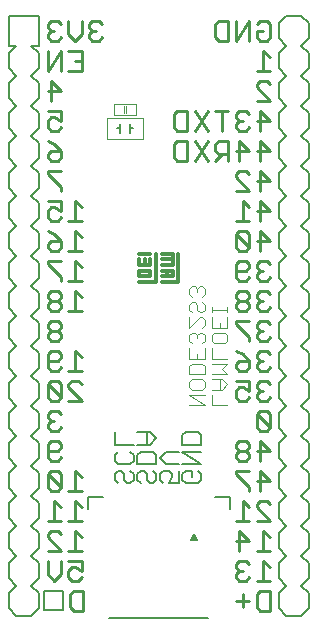
<source format=gbo>
G75*
%MOIN*%
%OFA0B0*%
%FSLAX25Y25*%
%IPPOS*%
%LPD*%
%AMOC8*
5,1,8,0,0,1.08239X$1,22.5*
%
%ADD10C,0.00900*%
%ADD11C,0.00800*%
%ADD12C,0.00400*%
%ADD13C,0.00100*%
%ADD14C,0.00600*%
%ADD15C,0.00394*%
%ADD16C,0.00500*%
%ADD17C,0.01200*%
D10*
X0017290Y0018952D02*
X0017290Y0023356D01*
X0017290Y0026750D02*
X0021693Y0026750D01*
X0017290Y0031154D01*
X0017290Y0032255D01*
X0018391Y0033356D01*
X0020592Y0033356D01*
X0021693Y0032255D01*
X0021693Y0036750D02*
X0017290Y0036750D01*
X0019492Y0036750D02*
X0019492Y0043356D01*
X0021693Y0041154D01*
X0024196Y0036750D02*
X0028599Y0036750D01*
X0026397Y0036750D02*
X0026397Y0043356D01*
X0028599Y0041154D01*
X0028599Y0046750D02*
X0024196Y0046750D01*
X0026397Y0046750D02*
X0026397Y0053356D01*
X0028599Y0051154D01*
X0021693Y0052255D02*
X0021693Y0047851D01*
X0017290Y0052255D01*
X0017290Y0047851D01*
X0018391Y0046750D01*
X0020592Y0046750D01*
X0021693Y0047851D01*
X0021693Y0052255D02*
X0020592Y0053356D01*
X0018391Y0053356D01*
X0017290Y0052255D01*
X0018391Y0056750D02*
X0017290Y0057851D01*
X0017290Y0062255D01*
X0018391Y0063356D01*
X0020592Y0063356D01*
X0021693Y0062255D01*
X0021693Y0061154D01*
X0020592Y0060053D01*
X0017290Y0060053D01*
X0018391Y0056750D02*
X0020592Y0056750D01*
X0021693Y0057851D01*
X0020592Y0066750D02*
X0018391Y0066750D01*
X0017290Y0067851D01*
X0017290Y0068952D01*
X0018391Y0070053D01*
X0019492Y0070053D01*
X0018391Y0070053D02*
X0017290Y0071154D01*
X0017290Y0072255D01*
X0018391Y0073356D01*
X0020592Y0073356D01*
X0021693Y0072255D01*
X0021693Y0067851D02*
X0020592Y0066750D01*
X0020592Y0076750D02*
X0018391Y0076750D01*
X0017290Y0077851D01*
X0017290Y0082255D01*
X0021693Y0077851D01*
X0020592Y0076750D01*
X0021693Y0077851D02*
X0021693Y0082255D01*
X0020592Y0083356D01*
X0018391Y0083356D01*
X0017290Y0082255D01*
X0018391Y0086750D02*
X0017290Y0087851D01*
X0017290Y0092255D01*
X0018391Y0093356D01*
X0020592Y0093356D01*
X0021693Y0092255D01*
X0021693Y0091154D01*
X0020592Y0090053D01*
X0017290Y0090053D01*
X0018391Y0086750D02*
X0020592Y0086750D01*
X0021693Y0087851D01*
X0024196Y0086750D02*
X0028599Y0086750D01*
X0026397Y0086750D02*
X0026397Y0093356D01*
X0028599Y0091154D01*
X0027498Y0083356D02*
X0025296Y0083356D01*
X0024196Y0082255D01*
X0024196Y0081154D01*
X0028599Y0076750D01*
X0024196Y0076750D01*
X0028599Y0082255D02*
X0027498Y0083356D01*
X0020592Y0096750D02*
X0021693Y0097851D01*
X0021693Y0098952D01*
X0020592Y0100053D01*
X0018391Y0100053D01*
X0017290Y0098952D01*
X0017290Y0097851D01*
X0018391Y0096750D01*
X0020592Y0096750D01*
X0020592Y0100053D02*
X0021693Y0101154D01*
X0021693Y0102255D01*
X0020592Y0103356D01*
X0018391Y0103356D01*
X0017290Y0102255D01*
X0017290Y0101154D01*
X0018391Y0100053D01*
X0018391Y0106750D02*
X0020592Y0106750D01*
X0021693Y0107851D01*
X0021693Y0108952D01*
X0020592Y0110053D01*
X0018391Y0110053D01*
X0017290Y0108952D01*
X0017290Y0107851D01*
X0018391Y0106750D01*
X0018391Y0110053D02*
X0017290Y0111154D01*
X0017290Y0112255D01*
X0018391Y0113356D01*
X0020592Y0113356D01*
X0021693Y0112255D01*
X0021693Y0111154D01*
X0020592Y0110053D01*
X0021693Y0116750D02*
X0021693Y0117851D01*
X0017290Y0122255D01*
X0017290Y0123356D01*
X0021693Y0123356D01*
X0020592Y0126750D02*
X0018391Y0126750D01*
X0017290Y0127851D01*
X0017290Y0128952D01*
X0018391Y0130053D01*
X0021693Y0130053D01*
X0021693Y0127851D01*
X0020592Y0126750D01*
X0021693Y0130053D02*
X0019492Y0132255D01*
X0017290Y0133356D01*
X0018391Y0136750D02*
X0017290Y0137851D01*
X0017290Y0140053D01*
X0018391Y0141154D01*
X0019492Y0141154D01*
X0021693Y0140053D01*
X0021693Y0143356D01*
X0017290Y0143356D01*
X0018391Y0136750D02*
X0020592Y0136750D01*
X0021693Y0137851D01*
X0024196Y0136750D02*
X0028599Y0136750D01*
X0026397Y0136750D02*
X0026397Y0143356D01*
X0028599Y0141154D01*
X0026397Y0133356D02*
X0026397Y0126750D01*
X0024196Y0126750D02*
X0028599Y0126750D01*
X0026397Y0123356D02*
X0026397Y0116750D01*
X0024196Y0116750D02*
X0028599Y0116750D01*
X0026397Y0113356D02*
X0026397Y0106750D01*
X0024196Y0106750D02*
X0028599Y0106750D01*
X0028599Y0111154D02*
X0026397Y0113356D01*
X0028599Y0121154D02*
X0026397Y0123356D01*
X0028599Y0131154D02*
X0026397Y0133356D01*
X0021693Y0146750D02*
X0021693Y0147851D01*
X0017290Y0152255D01*
X0017290Y0153356D01*
X0021693Y0153356D01*
X0020592Y0156750D02*
X0018391Y0156750D01*
X0017290Y0157851D01*
X0017290Y0158952D01*
X0018391Y0160053D01*
X0021693Y0160053D01*
X0021693Y0157851D01*
X0020592Y0156750D01*
X0021693Y0160053D02*
X0019492Y0162255D01*
X0017290Y0163356D01*
X0018391Y0166750D02*
X0017290Y0167851D01*
X0017290Y0170053D01*
X0018391Y0171154D01*
X0019492Y0171154D01*
X0021693Y0170053D01*
X0021693Y0173356D01*
X0017290Y0173356D01*
X0018391Y0176750D02*
X0018391Y0183356D01*
X0021693Y0180053D01*
X0017290Y0180053D01*
X0017290Y0186750D02*
X0017290Y0193356D01*
X0018391Y0196750D02*
X0020592Y0196750D01*
X0021693Y0197851D01*
X0019492Y0200053D02*
X0018391Y0200053D01*
X0017290Y0198952D01*
X0017290Y0197851D01*
X0018391Y0196750D01*
X0018391Y0200053D02*
X0017290Y0201154D01*
X0017290Y0202255D01*
X0018391Y0203356D01*
X0020592Y0203356D01*
X0021693Y0202255D01*
X0024196Y0203356D02*
X0024196Y0198952D01*
X0026397Y0196750D01*
X0028599Y0198952D01*
X0028599Y0203356D01*
X0031101Y0202255D02*
X0031101Y0201154D01*
X0032202Y0200053D01*
X0031101Y0198952D01*
X0031101Y0197851D01*
X0032202Y0196750D01*
X0034404Y0196750D01*
X0035505Y0197851D01*
X0033303Y0200053D02*
X0032202Y0200053D01*
X0031101Y0202255D02*
X0032202Y0203356D01*
X0034404Y0203356D01*
X0035505Y0202255D01*
X0028599Y0193356D02*
X0028599Y0186750D01*
X0024196Y0186750D01*
X0026397Y0190053D02*
X0028599Y0190053D01*
X0028599Y0193356D02*
X0024196Y0193356D01*
X0021693Y0193356D02*
X0017290Y0186750D01*
X0021693Y0186750D02*
X0021693Y0193356D01*
X0021693Y0167851D02*
X0020592Y0166750D01*
X0018391Y0166750D01*
X0059323Y0167851D02*
X0059323Y0172255D01*
X0060424Y0173356D01*
X0063726Y0173356D01*
X0063726Y0166750D01*
X0060424Y0166750D01*
X0059323Y0167851D01*
X0060424Y0163356D02*
X0059323Y0162255D01*
X0059323Y0157851D01*
X0060424Y0156750D01*
X0063726Y0156750D01*
X0063726Y0163356D01*
X0060424Y0163356D01*
X0066229Y0163356D02*
X0070632Y0156750D01*
X0073134Y0156750D02*
X0075336Y0158952D01*
X0074235Y0158952D02*
X0077538Y0158952D01*
X0077538Y0156750D02*
X0077538Y0163356D01*
X0074235Y0163356D01*
X0073134Y0162255D01*
X0073134Y0160053D01*
X0074235Y0158952D01*
X0070632Y0163356D02*
X0066229Y0156750D01*
X0066229Y0166750D02*
X0070632Y0173356D01*
X0073134Y0173356D02*
X0077538Y0173356D01*
X0075336Y0173356D02*
X0075336Y0166750D01*
X0070632Y0166750D02*
X0066229Y0173356D01*
X0074235Y0196750D02*
X0073134Y0197851D01*
X0073134Y0202255D01*
X0074235Y0203356D01*
X0077538Y0203356D01*
X0077538Y0196750D01*
X0074235Y0196750D01*
X0080040Y0196750D02*
X0080040Y0203356D01*
X0084444Y0203356D02*
X0080040Y0196750D01*
X0084444Y0196750D02*
X0084444Y0203356D01*
X0086946Y0202255D02*
X0088047Y0203356D01*
X0090249Y0203356D01*
X0091350Y0202255D01*
X0091350Y0197851D01*
X0090249Y0196750D01*
X0088047Y0196750D01*
X0086946Y0197851D01*
X0086946Y0200053D01*
X0089148Y0200053D01*
X0089148Y0193356D02*
X0089148Y0186750D01*
X0088047Y0183356D02*
X0090249Y0183356D01*
X0091350Y0182255D01*
X0091350Y0186750D02*
X0086946Y0186750D01*
X0088047Y0183356D02*
X0086946Y0182255D01*
X0086946Y0181154D01*
X0091350Y0176750D01*
X0086946Y0176750D01*
X0088047Y0173356D02*
X0091350Y0170053D01*
X0086946Y0170053D01*
X0088047Y0166750D02*
X0088047Y0173356D01*
X0084444Y0172255D02*
X0083343Y0173356D01*
X0081141Y0173356D01*
X0080040Y0172255D01*
X0080040Y0171154D01*
X0081141Y0170053D01*
X0080040Y0168952D01*
X0080040Y0167851D01*
X0081141Y0166750D01*
X0083343Y0166750D01*
X0084444Y0167851D01*
X0082242Y0170053D02*
X0081141Y0170053D01*
X0081141Y0163356D02*
X0084444Y0160053D01*
X0080040Y0160053D01*
X0081141Y0156750D02*
X0081141Y0163356D01*
X0081141Y0153356D02*
X0080040Y0152255D01*
X0080040Y0151154D01*
X0084444Y0146750D01*
X0080040Y0146750D01*
X0082242Y0143356D02*
X0082242Y0136750D01*
X0084444Y0136750D02*
X0080040Y0136750D01*
X0081141Y0133356D02*
X0080040Y0132255D01*
X0084444Y0127851D01*
X0083343Y0126750D01*
X0081141Y0126750D01*
X0080040Y0127851D01*
X0080040Y0132255D01*
X0081141Y0133356D02*
X0083343Y0133356D01*
X0084444Y0132255D01*
X0084444Y0127851D01*
X0083343Y0123356D02*
X0084444Y0122255D01*
X0084444Y0121154D01*
X0083343Y0120053D01*
X0080040Y0120053D01*
X0080040Y0117851D02*
X0080040Y0122255D01*
X0081141Y0123356D01*
X0083343Y0123356D01*
X0084444Y0117851D02*
X0083343Y0116750D01*
X0081141Y0116750D01*
X0080040Y0117851D01*
X0081141Y0113356D02*
X0080040Y0112255D01*
X0080040Y0111154D01*
X0081141Y0110053D01*
X0083343Y0110053D01*
X0084444Y0111154D01*
X0084444Y0112255D01*
X0083343Y0113356D01*
X0081141Y0113356D01*
X0081141Y0110053D02*
X0080040Y0108952D01*
X0080040Y0107851D01*
X0081141Y0106750D01*
X0083343Y0106750D01*
X0084444Y0107851D01*
X0084444Y0108952D01*
X0083343Y0110053D01*
X0084444Y0103356D02*
X0080040Y0103356D01*
X0080040Y0102255D01*
X0084444Y0097851D01*
X0084444Y0096750D01*
X0086946Y0097851D02*
X0088047Y0096750D01*
X0090249Y0096750D01*
X0091350Y0097851D01*
X0089148Y0100053D02*
X0088047Y0100053D01*
X0086946Y0098952D01*
X0086946Y0097851D01*
X0088047Y0100053D02*
X0086946Y0101154D01*
X0086946Y0102255D01*
X0088047Y0103356D01*
X0090249Y0103356D01*
X0091350Y0102255D01*
X0090249Y0106750D02*
X0091350Y0107851D01*
X0090249Y0106750D02*
X0088047Y0106750D01*
X0086946Y0107851D01*
X0086946Y0108952D01*
X0088047Y0110053D01*
X0089148Y0110053D01*
X0088047Y0110053D02*
X0086946Y0111154D01*
X0086946Y0112255D01*
X0088047Y0113356D01*
X0090249Y0113356D01*
X0091350Y0112255D01*
X0090249Y0116750D02*
X0091350Y0117851D01*
X0090249Y0116750D02*
X0088047Y0116750D01*
X0086946Y0117851D01*
X0086946Y0118952D01*
X0088047Y0120053D01*
X0089148Y0120053D01*
X0088047Y0120053D02*
X0086946Y0121154D01*
X0086946Y0122255D01*
X0088047Y0123356D01*
X0090249Y0123356D01*
X0091350Y0122255D01*
X0088047Y0126750D02*
X0088047Y0133356D01*
X0091350Y0130053D01*
X0086946Y0130053D01*
X0088047Y0136750D02*
X0088047Y0143356D01*
X0091350Y0140053D01*
X0086946Y0140053D01*
X0084444Y0141154D02*
X0082242Y0143356D01*
X0084444Y0152255D02*
X0083343Y0153356D01*
X0081141Y0153356D01*
X0086946Y0150053D02*
X0091350Y0150053D01*
X0088047Y0153356D01*
X0088047Y0146750D01*
X0088047Y0156750D02*
X0088047Y0163356D01*
X0091350Y0160053D01*
X0086946Y0160053D01*
X0091350Y0191154D02*
X0089148Y0193356D01*
X0088047Y0093356D02*
X0086946Y0092255D01*
X0086946Y0091154D01*
X0088047Y0090053D01*
X0086946Y0088952D01*
X0086946Y0087851D01*
X0088047Y0086750D01*
X0090249Y0086750D01*
X0091350Y0087851D01*
X0089148Y0090053D02*
X0088047Y0090053D01*
X0088047Y0093356D02*
X0090249Y0093356D01*
X0091350Y0092255D01*
X0090249Y0083356D02*
X0088047Y0083356D01*
X0086946Y0082255D01*
X0086946Y0081154D01*
X0088047Y0080053D01*
X0086946Y0078952D01*
X0086946Y0077851D01*
X0088047Y0076750D01*
X0090249Y0076750D01*
X0091350Y0077851D01*
X0089148Y0080053D02*
X0088047Y0080053D01*
X0091350Y0082255D02*
X0090249Y0083356D01*
X0090249Y0073356D02*
X0088047Y0073356D01*
X0086946Y0072255D01*
X0091350Y0067851D01*
X0090249Y0066750D01*
X0088047Y0066750D01*
X0086946Y0067851D01*
X0086946Y0072255D01*
X0090249Y0073356D02*
X0091350Y0072255D01*
X0091350Y0067851D01*
X0088047Y0063356D02*
X0091350Y0060053D01*
X0086946Y0060053D01*
X0088047Y0056750D02*
X0088047Y0063356D01*
X0084444Y0062255D02*
X0084444Y0061154D01*
X0083343Y0060053D01*
X0081141Y0060053D01*
X0080040Y0058952D01*
X0080040Y0057851D01*
X0081141Y0056750D01*
X0083343Y0056750D01*
X0084444Y0057851D01*
X0084444Y0058952D01*
X0083343Y0060053D01*
X0084444Y0062255D02*
X0083343Y0063356D01*
X0081141Y0063356D01*
X0080040Y0062255D01*
X0080040Y0061154D01*
X0081141Y0060053D01*
X0080040Y0053356D02*
X0080040Y0052255D01*
X0084444Y0047851D01*
X0084444Y0046750D01*
X0082242Y0043356D02*
X0082242Y0036750D01*
X0084444Y0036750D02*
X0080040Y0036750D01*
X0081141Y0033356D02*
X0084444Y0030053D01*
X0080040Y0030053D01*
X0081141Y0026750D02*
X0081141Y0033356D01*
X0084444Y0041154D02*
X0082242Y0043356D01*
X0086946Y0042255D02*
X0086946Y0041154D01*
X0091350Y0036750D01*
X0086946Y0036750D01*
X0089148Y0033356D02*
X0089148Y0026750D01*
X0089148Y0023356D02*
X0089148Y0016750D01*
X0088047Y0013356D02*
X0091350Y0013356D01*
X0091350Y0006750D01*
X0088047Y0006750D01*
X0086946Y0007851D01*
X0086946Y0012255D01*
X0088047Y0013356D01*
X0086946Y0016750D02*
X0091350Y0016750D01*
X0091350Y0021154D02*
X0089148Y0023356D01*
X0091350Y0026750D02*
X0086946Y0026750D01*
X0083343Y0023356D02*
X0084444Y0022255D01*
X0083343Y0023356D02*
X0081141Y0023356D01*
X0080040Y0022255D01*
X0080040Y0021154D01*
X0081141Y0020053D01*
X0080040Y0018952D01*
X0080040Y0017851D01*
X0081141Y0016750D01*
X0083343Y0016750D01*
X0084444Y0017851D01*
X0082242Y0020053D02*
X0081141Y0020053D01*
X0082242Y0012255D02*
X0082242Y0007851D01*
X0084444Y0010053D02*
X0080040Y0010053D01*
X0091350Y0031154D02*
X0089148Y0033356D01*
X0086946Y0042255D02*
X0088047Y0043356D01*
X0090249Y0043356D01*
X0091350Y0042255D01*
X0088047Y0046750D02*
X0088047Y0053356D01*
X0091350Y0050053D01*
X0086946Y0050053D01*
X0084444Y0053356D02*
X0080040Y0053356D01*
X0081141Y0076750D02*
X0083343Y0076750D01*
X0084444Y0077851D01*
X0084444Y0080053D02*
X0082242Y0081154D01*
X0081141Y0081154D01*
X0080040Y0080053D01*
X0080040Y0077851D01*
X0081141Y0076750D01*
X0084444Y0080053D02*
X0084444Y0083356D01*
X0080040Y0083356D01*
X0081141Y0086750D02*
X0080040Y0087851D01*
X0080040Y0088952D01*
X0081141Y0090053D01*
X0084444Y0090053D01*
X0084444Y0087851D01*
X0083343Y0086750D01*
X0081141Y0086750D01*
X0084444Y0090053D02*
X0082242Y0092255D01*
X0080040Y0093356D01*
X0026397Y0033356D02*
X0028599Y0031154D01*
X0026397Y0033356D02*
X0026397Y0026750D01*
X0024196Y0026750D02*
X0028599Y0026750D01*
X0028599Y0023356D02*
X0028599Y0020053D01*
X0026397Y0021154D01*
X0025296Y0021154D01*
X0024196Y0020053D01*
X0024196Y0017851D01*
X0025296Y0016750D01*
X0027498Y0016750D01*
X0028599Y0017851D01*
X0029193Y0013356D02*
X0025891Y0013356D01*
X0024790Y0012255D01*
X0024790Y0007851D01*
X0025891Y0006750D01*
X0029193Y0006750D01*
X0029193Y0013356D01*
X0028599Y0023356D02*
X0024196Y0023356D01*
X0021693Y0023356D02*
X0021693Y0018952D01*
X0019492Y0016750D01*
X0017290Y0018952D01*
D11*
X0004300Y0007550D02*
X0006800Y0005050D01*
X0011800Y0005050D01*
X0014300Y0007550D01*
X0014300Y0012550D01*
X0011800Y0015050D01*
X0014300Y0017550D01*
X0014300Y0022550D01*
X0011800Y0025050D01*
X0014300Y0027550D01*
X0014300Y0032550D01*
X0011800Y0035050D01*
X0014300Y0037550D01*
X0014300Y0042550D01*
X0011800Y0045050D01*
X0014300Y0047550D01*
X0014300Y0052550D01*
X0011800Y0055050D01*
X0014300Y0057550D01*
X0014300Y0062550D01*
X0011800Y0065050D01*
X0014300Y0067550D01*
X0014300Y0072550D01*
X0011800Y0075050D01*
X0014300Y0077550D01*
X0014300Y0082550D01*
X0011800Y0085050D01*
X0014300Y0087550D01*
X0014300Y0092550D01*
X0011800Y0095050D01*
X0014300Y0097550D01*
X0014300Y0102550D01*
X0011800Y0105050D01*
X0014300Y0107550D01*
X0014300Y0112550D01*
X0011800Y0115050D01*
X0014300Y0117550D01*
X0014300Y0122550D01*
X0011800Y0125050D01*
X0014300Y0127550D01*
X0014300Y0132550D01*
X0011800Y0135050D01*
X0014300Y0137550D01*
X0014300Y0142550D01*
X0011800Y0145050D01*
X0014300Y0147550D01*
X0014300Y0152550D01*
X0011800Y0155050D01*
X0014300Y0157550D01*
X0014300Y0162550D01*
X0011800Y0165050D01*
X0014300Y0167550D01*
X0014300Y0172550D01*
X0011800Y0175050D01*
X0014300Y0177550D01*
X0014300Y0182550D01*
X0011800Y0185050D01*
X0014300Y0187550D01*
X0014300Y0192550D01*
X0011800Y0195050D01*
X0014300Y0195050D01*
X0014300Y0205050D01*
X0011800Y0205050D01*
X0006800Y0205050D01*
X0004300Y0205050D01*
X0004300Y0195050D01*
X0006800Y0195050D01*
X0004300Y0192550D01*
X0004300Y0187550D01*
X0006800Y0185050D01*
X0004300Y0182550D01*
X0004300Y0177550D01*
X0006800Y0175050D01*
X0004300Y0172550D01*
X0004300Y0167550D01*
X0006800Y0165050D01*
X0004300Y0162550D01*
X0004300Y0157550D01*
X0006800Y0155050D01*
X0004300Y0152550D01*
X0004300Y0147550D01*
X0006800Y0145050D01*
X0004300Y0142550D01*
X0004300Y0137550D01*
X0006800Y0135050D01*
X0004300Y0132550D01*
X0004300Y0127550D01*
X0006800Y0125050D01*
X0004300Y0122550D01*
X0004300Y0117550D01*
X0006800Y0115050D01*
X0004300Y0112550D01*
X0004300Y0107550D01*
X0006800Y0105050D01*
X0004300Y0102550D01*
X0004300Y0097550D01*
X0006800Y0095050D01*
X0004300Y0092550D01*
X0004300Y0087550D01*
X0006800Y0085050D01*
X0004300Y0082550D01*
X0004300Y0077550D01*
X0006800Y0075050D01*
X0004300Y0072550D01*
X0004300Y0067550D01*
X0006800Y0065050D01*
X0004300Y0062550D01*
X0004300Y0057550D01*
X0006800Y0055050D01*
X0004300Y0052550D01*
X0004300Y0047550D01*
X0006800Y0045050D01*
X0004300Y0042550D01*
X0004300Y0037550D01*
X0006800Y0035050D01*
X0004300Y0032550D01*
X0004300Y0027550D01*
X0006800Y0025050D01*
X0004300Y0022550D01*
X0004300Y0017550D01*
X0006800Y0015050D01*
X0004300Y0012550D01*
X0004300Y0007550D01*
X0040734Y0049200D02*
X0039700Y0050234D01*
X0039700Y0052303D01*
X0040734Y0053337D01*
X0041768Y0053337D01*
X0042803Y0052303D01*
X0042803Y0050234D01*
X0043837Y0049200D01*
X0044871Y0049200D01*
X0045905Y0050234D01*
X0045905Y0052303D01*
X0044871Y0053337D01*
X0044871Y0055645D02*
X0040734Y0055645D01*
X0039700Y0056680D01*
X0039700Y0058748D01*
X0040734Y0059782D01*
X0039700Y0062091D02*
X0039700Y0066228D01*
X0039700Y0062091D02*
X0045905Y0062091D01*
X0047200Y0062091D02*
X0051337Y0062091D01*
X0053405Y0064159D01*
X0051337Y0066228D01*
X0047200Y0066228D01*
X0050303Y0066228D02*
X0050303Y0062091D01*
X0052371Y0059782D02*
X0048234Y0059782D01*
X0047200Y0058748D01*
X0047200Y0055645D01*
X0053405Y0055645D01*
X0053405Y0058748D01*
X0052371Y0059782D01*
X0054700Y0057714D02*
X0056768Y0059782D01*
X0060905Y0059782D01*
X0062200Y0059782D02*
X0068405Y0059782D01*
X0068405Y0062091D02*
X0068405Y0065194D01*
X0067371Y0066228D01*
X0063234Y0066228D01*
X0062200Y0065194D01*
X0062200Y0062091D01*
X0068405Y0062091D01*
X0068405Y0055645D02*
X0062200Y0059782D01*
X0062200Y0055645D02*
X0068405Y0055645D01*
X0067371Y0053337D02*
X0068405Y0052303D01*
X0068405Y0050234D01*
X0067371Y0049200D01*
X0063234Y0049200D01*
X0062200Y0050234D01*
X0062200Y0052303D01*
X0063234Y0053337D01*
X0065303Y0053337D01*
X0065303Y0051268D01*
X0060905Y0049200D02*
X0057803Y0049200D01*
X0058837Y0051268D01*
X0058837Y0052303D01*
X0057803Y0053337D01*
X0055734Y0053337D01*
X0054700Y0052303D01*
X0054700Y0050234D01*
X0055734Y0049200D01*
X0053405Y0050234D02*
X0052371Y0049200D01*
X0051337Y0049200D01*
X0050303Y0050234D01*
X0050303Y0052303D01*
X0049268Y0053337D01*
X0048234Y0053337D01*
X0047200Y0052303D01*
X0047200Y0050234D01*
X0048234Y0049200D01*
X0044871Y0055645D02*
X0045905Y0056680D01*
X0045905Y0058748D01*
X0044871Y0059782D01*
X0052371Y0053337D02*
X0053405Y0052303D01*
X0053405Y0050234D01*
X0056768Y0055645D02*
X0054700Y0057714D01*
X0056768Y0055645D02*
X0060905Y0055645D01*
X0060905Y0053337D02*
X0060905Y0049200D01*
X0094300Y0047550D02*
X0096800Y0045050D01*
X0094300Y0042550D01*
X0094300Y0037550D01*
X0096800Y0035050D01*
X0094300Y0032550D01*
X0094300Y0027550D01*
X0096800Y0025050D01*
X0094300Y0022550D01*
X0094300Y0017550D01*
X0096800Y0015050D01*
X0094300Y0012550D01*
X0094300Y0007550D01*
X0096800Y0005050D01*
X0101800Y0005050D01*
X0104300Y0007550D01*
X0104300Y0012550D01*
X0101800Y0015050D01*
X0104300Y0017550D01*
X0104300Y0022550D01*
X0101800Y0025050D01*
X0104300Y0027550D01*
X0104300Y0032550D01*
X0101800Y0035050D01*
X0104300Y0037550D01*
X0104300Y0042550D01*
X0101800Y0045050D01*
X0104300Y0047550D01*
X0104300Y0052550D01*
X0101800Y0055050D01*
X0104300Y0057550D01*
X0104300Y0062550D01*
X0101800Y0065050D01*
X0104300Y0067550D01*
X0104300Y0072550D01*
X0101800Y0075050D01*
X0104300Y0077550D01*
X0104300Y0082550D01*
X0101800Y0085050D01*
X0104300Y0087550D01*
X0104300Y0092550D01*
X0101800Y0095050D01*
X0104300Y0097550D01*
X0104300Y0102550D01*
X0101800Y0105050D01*
X0104300Y0107550D01*
X0104300Y0112550D01*
X0101800Y0115050D01*
X0104300Y0117550D01*
X0104300Y0122550D01*
X0101800Y0125050D01*
X0104300Y0127550D01*
X0104300Y0132550D01*
X0101800Y0135050D01*
X0104300Y0137550D01*
X0104300Y0142550D01*
X0101800Y0145050D01*
X0104300Y0147550D01*
X0104300Y0152550D01*
X0101800Y0155050D01*
X0104300Y0157550D01*
X0104300Y0162550D01*
X0101800Y0165050D01*
X0104300Y0167550D01*
X0104300Y0172550D01*
X0101800Y0175050D01*
X0104300Y0177550D01*
X0104300Y0182550D01*
X0101800Y0185050D01*
X0104300Y0187550D01*
X0104300Y0192550D01*
X0101800Y0195050D01*
X0104300Y0197550D01*
X0104300Y0202550D01*
X0101800Y0205050D01*
X0096800Y0205050D01*
X0094300Y0202550D01*
X0094300Y0197550D01*
X0096800Y0195050D01*
X0094300Y0192550D01*
X0094300Y0187550D01*
X0096800Y0185050D01*
X0094300Y0182550D01*
X0094300Y0177550D01*
X0096800Y0175050D01*
X0094300Y0172550D01*
X0094300Y0167550D01*
X0096800Y0165050D01*
X0094300Y0162550D01*
X0094300Y0157550D01*
X0096800Y0155050D01*
X0094300Y0152550D01*
X0094300Y0147550D01*
X0096800Y0145050D01*
X0094300Y0142550D01*
X0094300Y0137550D01*
X0096800Y0135050D01*
X0094300Y0132550D01*
X0094300Y0127550D01*
X0096800Y0125050D01*
X0094300Y0122550D01*
X0094300Y0117550D01*
X0096800Y0115050D01*
X0094300Y0112550D01*
X0094300Y0107550D01*
X0096800Y0105050D01*
X0094300Y0102550D01*
X0094300Y0097550D01*
X0096800Y0095050D01*
X0094300Y0092550D01*
X0094300Y0087550D01*
X0096800Y0085050D01*
X0094300Y0082550D01*
X0094300Y0077550D01*
X0096800Y0075050D01*
X0094300Y0072550D01*
X0094300Y0067550D01*
X0096800Y0065050D01*
X0094300Y0062550D01*
X0094300Y0057550D01*
X0096800Y0055050D01*
X0094300Y0052550D01*
X0094300Y0047550D01*
D12*
X0077204Y0075250D02*
X0072000Y0075250D01*
X0072000Y0078720D01*
X0072000Y0080406D02*
X0075470Y0080406D01*
X0077204Y0082141D01*
X0075470Y0083876D01*
X0072000Y0083876D01*
X0072000Y0085563D02*
X0077204Y0085563D01*
X0075470Y0087298D01*
X0077204Y0089032D01*
X0072000Y0089032D01*
X0072000Y0090719D02*
X0072000Y0094189D01*
X0072867Y0095876D02*
X0072000Y0096743D01*
X0072000Y0098478D01*
X0072867Y0099345D01*
X0076337Y0099345D01*
X0077204Y0098478D01*
X0077204Y0096743D01*
X0076337Y0095876D01*
X0072867Y0095876D01*
X0072000Y0090719D02*
X0077204Y0090719D01*
X0074602Y0083876D02*
X0074602Y0080406D01*
X0069704Y0081274D02*
X0068837Y0080406D01*
X0065367Y0080406D01*
X0064500Y0081274D01*
X0064500Y0083009D01*
X0065367Y0083876D01*
X0068837Y0083876D01*
X0069704Y0083009D01*
X0069704Y0081274D01*
X0069704Y0078720D02*
X0064500Y0078720D01*
X0069704Y0075250D01*
X0064500Y0075250D01*
X0064500Y0085563D02*
X0064500Y0088165D01*
X0065367Y0089032D01*
X0068837Y0089032D01*
X0069704Y0088165D01*
X0069704Y0085563D01*
X0064500Y0085563D01*
X0064500Y0090719D02*
X0064500Y0094189D01*
X0065367Y0095876D02*
X0064500Y0096743D01*
X0064500Y0098478D01*
X0065367Y0099345D01*
X0066235Y0099345D01*
X0067102Y0098478D01*
X0067102Y0097610D01*
X0067102Y0098478D02*
X0067970Y0099345D01*
X0068837Y0099345D01*
X0069704Y0098478D01*
X0069704Y0096743D01*
X0068837Y0095876D01*
X0069704Y0094189D02*
X0069704Y0090719D01*
X0064500Y0090719D01*
X0067102Y0090719D02*
X0067102Y0092454D01*
X0068837Y0101032D02*
X0069704Y0101899D01*
X0069704Y0103634D01*
X0068837Y0104502D01*
X0067970Y0104502D01*
X0064500Y0101032D01*
X0064500Y0104502D01*
X0065367Y0106188D02*
X0064500Y0107056D01*
X0064500Y0108791D01*
X0065367Y0109658D01*
X0066235Y0109658D01*
X0067102Y0108791D01*
X0067102Y0107056D01*
X0067970Y0106188D01*
X0068837Y0106188D01*
X0069704Y0107056D01*
X0069704Y0108791D01*
X0068837Y0109658D01*
X0068837Y0111345D02*
X0069704Y0112212D01*
X0069704Y0113947D01*
X0068837Y0114814D01*
X0067970Y0114814D01*
X0067102Y0113947D01*
X0066235Y0114814D01*
X0065367Y0114814D01*
X0064500Y0113947D01*
X0064500Y0112212D01*
X0065367Y0111345D01*
X0067102Y0113080D02*
X0067102Y0113947D01*
X0072000Y0107923D02*
X0072000Y0106188D01*
X0072000Y0107056D02*
X0077204Y0107056D01*
X0077204Y0107923D02*
X0077204Y0106188D01*
X0077204Y0104502D02*
X0077204Y0101032D01*
X0072000Y0101032D01*
X0072000Y0104502D01*
X0074602Y0102767D02*
X0074602Y0101032D01*
D13*
X0048987Y0164113D02*
X0048987Y0170988D01*
X0037113Y0170988D01*
X0037113Y0164113D01*
X0048987Y0164113D01*
X0046790Y0171831D02*
X0046790Y0175769D01*
X0039310Y0175769D01*
X0039310Y0171831D01*
X0046790Y0171831D01*
D14*
X0044748Y0169125D02*
X0044748Y0167550D01*
X0044748Y0165975D01*
X0044748Y0167550D02*
X0045707Y0167550D01*
X0041352Y0167550D02*
X0041352Y0165975D01*
X0041352Y0167550D02*
X0040393Y0167550D01*
X0041352Y0167550D02*
X0041352Y0169125D01*
X0022425Y0013175D02*
X0016175Y0013175D01*
X0016175Y0006925D01*
X0022425Y0006925D01*
X0022425Y0013175D01*
D15*
X0042706Y0172580D02*
X0042706Y0173800D01*
X0042706Y0175020D01*
X0043394Y0175020D02*
X0043394Y0173800D01*
X0043394Y0172580D01*
D16*
X0035599Y0044509D02*
X0030678Y0044509D01*
X0030678Y0040572D01*
X0037765Y0004253D02*
X0070835Y0004253D01*
X0067095Y0030237D02*
X0065127Y0030237D01*
X0066111Y0032206D01*
X0067095Y0030237D01*
X0066980Y0030467D02*
X0065242Y0030467D01*
X0065491Y0030965D02*
X0066731Y0030965D01*
X0066482Y0031464D02*
X0065740Y0031464D01*
X0065989Y0031962D02*
X0066233Y0031962D01*
X0073001Y0044509D02*
X0077922Y0044509D01*
X0077922Y0040572D01*
D17*
X0060862Y0116300D02*
X0055237Y0116300D01*
X0053362Y0116300D02*
X0047737Y0116300D01*
X0047737Y0118175D02*
X0047737Y0120050D01*
X0051487Y0120050D01*
X0051487Y0118175D01*
X0047737Y0118175D01*
X0047737Y0121925D02*
X0047737Y0123800D01*
X0047737Y0121925D02*
X0051487Y0121925D01*
X0051487Y0123800D01*
X0051487Y0125675D02*
X0047737Y0125675D01*
X0049612Y0123800D02*
X0049612Y0122550D01*
X0053362Y0125675D02*
X0053362Y0116300D01*
X0055237Y0118175D02*
X0057112Y0118175D01*
X0057112Y0120050D01*
X0055237Y0120050D01*
X0055237Y0121925D02*
X0058987Y0121925D01*
X0058987Y0123800D01*
X0058987Y0125675D01*
X0055237Y0125675D01*
X0055237Y0123800D02*
X0058987Y0123800D01*
X0058987Y0120050D02*
X0057112Y0120050D01*
X0057112Y0118175D02*
X0058987Y0118175D01*
X0058987Y0120050D01*
X0060862Y0116300D02*
X0060862Y0125675D01*
M02*

</source>
